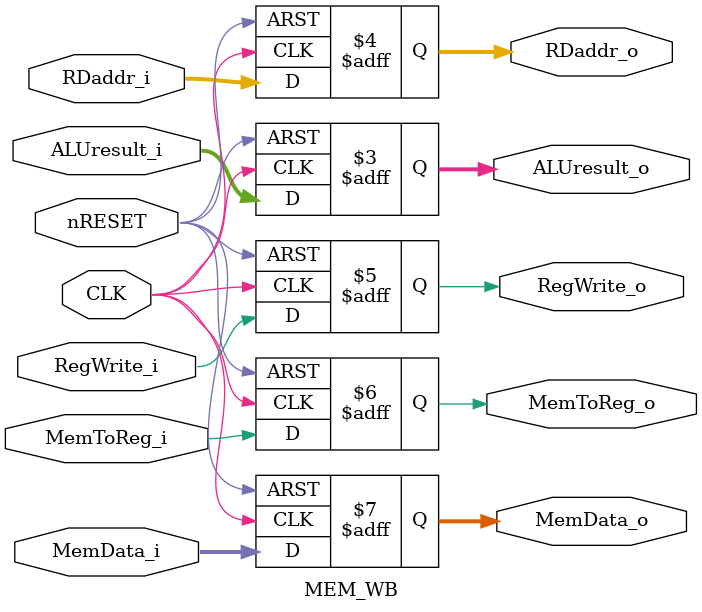
<source format=v>
module MEM_WB(
	input wire 			CLK,			// <- external
	input wire 			nRESET,			// <- external
	input wire [31:0] 	ALUresult_i,	// <- EX_MEM
	input wire [ 4:0]	RDaddr_i,		// <- EX_MEM
	input wire 			RegWrite_i,		// <- EX_MEM
	input wire 			MemToReg_i,		// <- EX_MEM
	input wire [31:0] 	MemData_i,		// <- DATA_MEM
	
	output reg [31:0] 	ALUresult_o,	// -> Mux_WB
	output reg [ 4:0] 	RDaddr_o,		// -> Fowarding, Registers
	output reg 			RegWrite_o,		// -> Fowarding, Registers
	output reg 			MemToReg_o,		// -> Mux_WB
	output reg [31:0] 	MemData_o		// -> Mux_WB
	);

	always @(posedge CLK or negedge nRESET)
	begin
		if(~nRESET)
		begin
			ALUresult_o 	<= 32'b0;
			RDaddr_o 		<= 5'b0;
			RegWrite_o 		<= 1'b0;
			MemToReg_o 		<= 1'b0;
			MemData_o		<= 32'b0;
		end
		else
		begin
			ALUresult_o 	<= ALUresult_i;
			RDaddr_o 		<= RDaddr_i;
			RegWrite_o 		<= RegWrite_i;
			MemToReg_o 		<= MemToReg_i;
			MemData_o 		<= MemData_i;
		end
	end

endmodule

</source>
